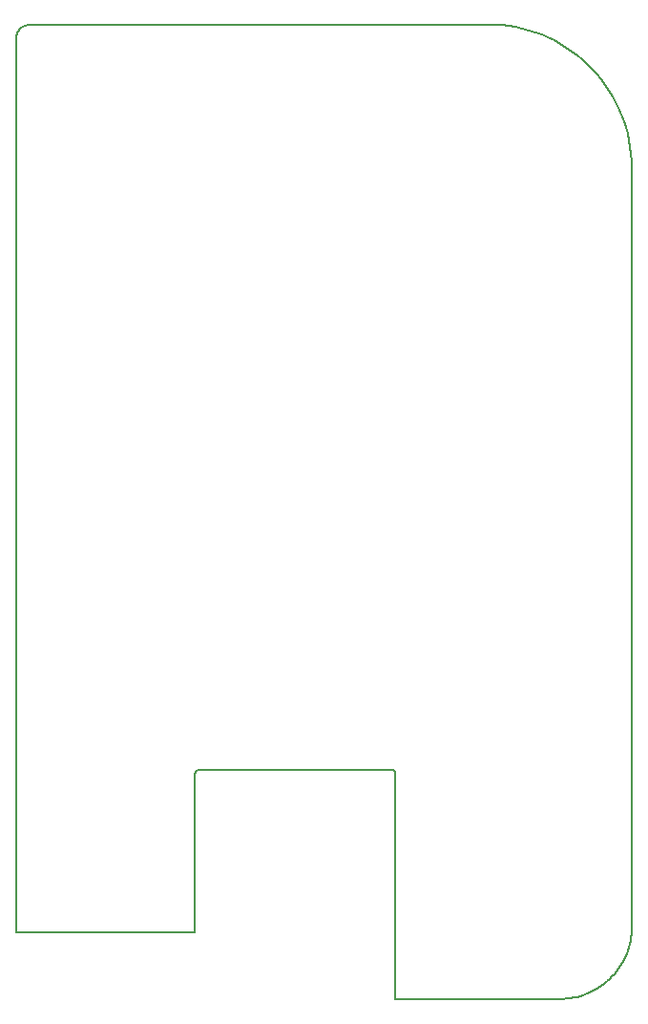
<source format=gko>
G75*
G70*
%OFA0B0*%
%FSLAX24Y24*%
%IPPOS*%
%LPD*%
%AMOC8*
5,1,8,0,0,1.08239X$1,22.5*
%
%ADD10C,0.0050*%
D10*
X000500Y002820D02*
X006750Y002820D01*
X006750Y008350D01*
X006752Y008373D01*
X006757Y008396D01*
X006766Y008418D01*
X006779Y008438D01*
X006794Y008456D01*
X006812Y008471D01*
X006832Y008484D01*
X006854Y008493D01*
X006877Y008498D01*
X006900Y008500D01*
X013600Y008500D01*
X013623Y008498D01*
X013646Y008493D01*
X013668Y008484D01*
X013688Y008471D01*
X013706Y008456D01*
X013721Y008438D01*
X013734Y008418D01*
X013743Y008396D01*
X013748Y008373D01*
X013750Y008350D01*
X013750Y000500D01*
X019500Y000500D01*
X019619Y000503D01*
X019738Y000511D01*
X019856Y000525D01*
X019973Y000545D01*
X020089Y000570D01*
X020204Y000601D01*
X020318Y000637D01*
X020429Y000679D01*
X020539Y000726D01*
X020646Y000778D01*
X020750Y000835D01*
X020852Y000897D01*
X020950Y000964D01*
X021045Y001035D01*
X021137Y001111D01*
X021225Y001191D01*
X021309Y001275D01*
X021389Y001363D01*
X021465Y001455D01*
X021536Y001550D01*
X021603Y001648D01*
X021665Y001750D01*
X021722Y001854D01*
X021774Y001961D01*
X021821Y002071D01*
X021863Y002182D01*
X021899Y002296D01*
X021930Y002411D01*
X021955Y002527D01*
X021975Y002644D01*
X021989Y002762D01*
X021997Y002881D01*
X022000Y003000D01*
X022000Y029500D01*
X021994Y029738D01*
X021977Y029975D01*
X021949Y030212D01*
X021910Y030446D01*
X021859Y030679D01*
X021797Y030909D01*
X021725Y031135D01*
X021642Y031358D01*
X021548Y031577D01*
X021444Y031791D01*
X021330Y032000D01*
X021206Y032203D01*
X021073Y032400D01*
X020930Y032591D01*
X020779Y032774D01*
X020619Y032950D01*
X020450Y033119D01*
X020274Y033279D01*
X020091Y033430D01*
X019900Y033573D01*
X019703Y033706D01*
X019500Y033830D01*
X019291Y033944D01*
X019077Y034048D01*
X018858Y034142D01*
X018635Y034225D01*
X018409Y034297D01*
X018179Y034359D01*
X017946Y034410D01*
X017712Y034449D01*
X017475Y034477D01*
X017238Y034494D01*
X017000Y034500D01*
X001000Y034500D01*
X000956Y034498D01*
X000913Y034492D01*
X000871Y034483D01*
X000829Y034470D01*
X000789Y034453D01*
X000750Y034433D01*
X000713Y034410D01*
X000679Y034383D01*
X000646Y034354D01*
X000617Y034321D01*
X000590Y034287D01*
X000567Y034250D01*
X000547Y034211D01*
X000530Y034171D01*
X000517Y034129D01*
X000508Y034087D01*
X000502Y034044D01*
X000500Y034000D01*
X000500Y002820D01*
M02*

</source>
